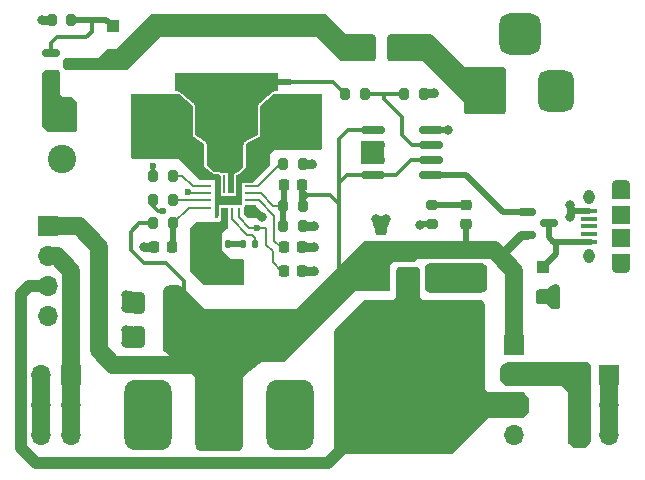
<source format=gtl>
G04 #@! TF.GenerationSoftware,KiCad,Pcbnew,(6.0.2)*
G04 #@! TF.CreationDate,2022-03-19T12:24:10+01:00*
G04 #@! TF.ProjectId,prova-buck,70726f76-612d-4627-9563-6b2e6b696361,rev?*
G04 #@! TF.SameCoordinates,Original*
G04 #@! TF.FileFunction,Copper,L1,Top*
G04 #@! TF.FilePolarity,Positive*
%FSLAX46Y46*%
G04 Gerber Fmt 4.6, Leading zero omitted, Abs format (unit mm)*
G04 Created by KiCad (PCBNEW (6.0.2)) date 2022-03-19 12:24:10*
%MOMM*%
%LPD*%
G01*
G04 APERTURE LIST*
G04 Aperture macros list*
%AMRoundRect*
0 Rectangle with rounded corners*
0 $1 Rounding radius*
0 $2 $3 $4 $5 $6 $7 $8 $9 X,Y pos of 4 corners*
0 Add a 4 corners polygon primitive as box body*
4,1,4,$2,$3,$4,$5,$6,$7,$8,$9,$2,$3,0*
0 Add four circle primitives for the rounded corners*
1,1,$1+$1,$2,$3*
1,1,$1+$1,$4,$5*
1,1,$1+$1,$6,$7*
1,1,$1+$1,$8,$9*
0 Add four rect primitives between the rounded corners*
20,1,$1+$1,$2,$3,$4,$5,0*
20,1,$1+$1,$4,$5,$6,$7,0*
20,1,$1+$1,$6,$7,$8,$9,0*
20,1,$1+$1,$8,$9,$2,$3,0*%
%AMFreePoly0*
4,1,6,0.625000,-0.050000,0.625000,-0.150000,-0.425000,-0.150000,-0.425000,0.150000,0.425000,0.150000,0.625000,-0.050000,0.625000,-0.050000,$1*%
G04 Aperture macros list end*
G04 #@! TA.AperFunction,SMDPad,CuDef*
%ADD10RoundRect,0.250000X0.325000X0.650000X-0.325000X0.650000X-0.325000X-0.650000X0.325000X-0.650000X0*%
G04 #@! TD*
G04 #@! TA.AperFunction,SMDPad,CuDef*
%ADD11RoundRect,0.225000X0.225000X0.250000X-0.225000X0.250000X-0.225000X-0.250000X0.225000X-0.250000X0*%
G04 #@! TD*
G04 #@! TA.AperFunction,SMDPad,CuDef*
%ADD12RoundRect,0.225000X-0.225000X-0.250000X0.225000X-0.250000X0.225000X0.250000X-0.225000X0.250000X0*%
G04 #@! TD*
G04 #@! TA.AperFunction,SMDPad,CuDef*
%ADD13RoundRect,0.140000X-0.140000X-0.170000X0.140000X-0.170000X0.140000X0.170000X-0.140000X0.170000X0*%
G04 #@! TD*
G04 #@! TA.AperFunction,ComponentPad*
%ADD14R,2.400000X2.400000*%
G04 #@! TD*
G04 #@! TA.AperFunction,ComponentPad*
%ADD15C,2.400000*%
G04 #@! TD*
G04 #@! TA.AperFunction,SMDPad,CuDef*
%ADD16R,2.500000X1.900000*%
G04 #@! TD*
G04 #@! TA.AperFunction,SMDPad,CuDef*
%ADD17RoundRect,0.200000X-0.200000X-0.275000X0.200000X-0.275000X0.200000X0.275000X-0.200000X0.275000X0*%
G04 #@! TD*
G04 #@! TA.AperFunction,SMDPad,CuDef*
%ADD18RoundRect,0.200000X0.200000X0.275000X-0.200000X0.275000X-0.200000X-0.275000X0.200000X-0.275000X0*%
G04 #@! TD*
G04 #@! TA.AperFunction,SMDPad,CuDef*
%ADD19RoundRect,0.250000X-0.325000X-0.650000X0.325000X-0.650000X0.325000X0.650000X-0.325000X0.650000X0*%
G04 #@! TD*
G04 #@! TA.AperFunction,SMDPad,CuDef*
%ADD20RoundRect,0.150000X-0.587500X-0.150000X0.587500X-0.150000X0.587500X0.150000X-0.587500X0.150000X0*%
G04 #@! TD*
G04 #@! TA.AperFunction,ComponentPad*
%ADD21R,1.700000X1.700000*%
G04 #@! TD*
G04 #@! TA.AperFunction,ComponentPad*
%ADD22O,1.700000X1.700000*%
G04 #@! TD*
G04 #@! TA.AperFunction,SMDPad,CuDef*
%ADD23FreePoly0,270.000000*%
G04 #@! TD*
G04 #@! TA.AperFunction,SMDPad,CuDef*
%ADD24R,0.200000X1.500000*%
G04 #@! TD*
G04 #@! TA.AperFunction,SMDPad,CuDef*
%ADD25R,0.200000X0.900000*%
G04 #@! TD*
G04 #@! TA.AperFunction,SMDPad,CuDef*
%ADD26R,0.900000X0.200000*%
G04 #@! TD*
G04 #@! TA.AperFunction,ComponentPad*
%ADD27R,3.500000X4.000000*%
G04 #@! TD*
G04 #@! TA.AperFunction,ComponentPad*
%ADD28RoundRect,0.750000X0.750000X1.000000X-0.750000X1.000000X-0.750000X-1.000000X0.750000X-1.000000X0*%
G04 #@! TD*
G04 #@! TA.AperFunction,ComponentPad*
%ADD29RoundRect,0.875000X0.875000X0.875000X-0.875000X0.875000X-0.875000X-0.875000X0.875000X-0.875000X0*%
G04 #@! TD*
G04 #@! TA.AperFunction,SMDPad,CuDef*
%ADD30R,2.500000X1.800000*%
G04 #@! TD*
G04 #@! TA.AperFunction,SMDPad,CuDef*
%ADD31RoundRect,0.218750X-0.256250X0.218750X-0.256250X-0.218750X0.256250X-0.218750X0.256250X0.218750X0*%
G04 #@! TD*
G04 #@! TA.AperFunction,SMDPad,CuDef*
%ADD32R,1.350000X0.400000*%
G04 #@! TD*
G04 #@! TA.AperFunction,ComponentPad*
%ADD33O,0.950000X1.250000*%
G04 #@! TD*
G04 #@! TA.AperFunction,ComponentPad*
%ADD34O,1.550000X0.890000*%
G04 #@! TD*
G04 #@! TA.AperFunction,SMDPad,CuDef*
%ADD35R,1.550000X1.200000*%
G04 #@! TD*
G04 #@! TA.AperFunction,SMDPad,CuDef*
%ADD36R,1.550000X1.500000*%
G04 #@! TD*
G04 #@! TA.AperFunction,SMDPad,CuDef*
%ADD37R,1.500000X2.000000*%
G04 #@! TD*
G04 #@! TA.AperFunction,SMDPad,CuDef*
%ADD38R,3.800000X2.000000*%
G04 #@! TD*
G04 #@! TA.AperFunction,SMDPad,CuDef*
%ADD39RoundRect,0.200000X-0.275000X0.200000X-0.275000X-0.200000X0.275000X-0.200000X0.275000X0.200000X0*%
G04 #@! TD*
G04 #@! TA.AperFunction,SMDPad,CuDef*
%ADD40R,1.000000X1.000000*%
G04 #@! TD*
G04 #@! TA.AperFunction,ComponentPad*
%ADD41RoundRect,1.000000X1.000000X2.000000X-1.000000X2.000000X-1.000000X-2.000000X1.000000X-2.000000X0*%
G04 #@! TD*
G04 #@! TA.AperFunction,ComponentPad*
%ADD42RoundRect,1.000000X-1.000000X-2.000000X1.000000X-2.000000X1.000000X2.000000X-1.000000X2.000000X0*%
G04 #@! TD*
G04 #@! TA.AperFunction,SMDPad,CuDef*
%ADD43RoundRect,0.135000X0.135000X0.185000X-0.135000X0.185000X-0.135000X-0.185000X0.135000X-0.185000X0*%
G04 #@! TD*
G04 #@! TA.AperFunction,SMDPad,CuDef*
%ADD44RoundRect,0.250000X0.475000X-0.250000X0.475000X0.250000X-0.475000X0.250000X-0.475000X-0.250000X0*%
G04 #@! TD*
G04 #@! TA.AperFunction,SMDPad,CuDef*
%ADD45RoundRect,0.270491X-2.029509X0.554509X-2.029509X-0.554509X2.029509X-0.554509X2.029509X0.554509X0*%
G04 #@! TD*
G04 #@! TA.AperFunction,SMDPad,CuDef*
%ADD46RoundRect,0.150000X0.825000X0.150000X-0.825000X0.150000X-0.825000X-0.150000X0.825000X-0.150000X0*%
G04 #@! TD*
G04 #@! TA.AperFunction,SMDPad,CuDef*
%ADD47RoundRect,0.225000X0.250000X-0.225000X0.250000X0.225000X-0.250000X0.225000X-0.250000X-0.225000X0*%
G04 #@! TD*
G04 #@! TA.AperFunction,ViaPad*
%ADD48C,0.800000*%
G04 #@! TD*
G04 #@! TA.AperFunction,ViaPad*
%ADD49C,0.600000*%
G04 #@! TD*
G04 #@! TA.AperFunction,Conductor*
%ADD50C,0.200000*%
G04 #@! TD*
G04 #@! TA.AperFunction,Conductor*
%ADD51C,0.750000*%
G04 #@! TD*
G04 #@! TA.AperFunction,Conductor*
%ADD52C,0.500000*%
G04 #@! TD*
G04 #@! TA.AperFunction,Conductor*
%ADD53C,1.500000*%
G04 #@! TD*
G04 #@! TA.AperFunction,Conductor*
%ADD54C,0.300000*%
G04 #@! TD*
G04 #@! TA.AperFunction,Conductor*
%ADD55C,1.000000*%
G04 #@! TD*
G04 APERTURE END LIST*
D10*
X134000000Y-85000000D03*
X131050000Y-85000000D03*
D11*
X141550000Y-97750000D03*
X140000000Y-97750000D03*
D12*
X135975000Y-87500000D03*
X137525000Y-87500000D03*
D11*
X134025000Y-87500000D03*
X132475000Y-87500000D03*
D13*
X134270000Y-95500000D03*
X135230000Y-95500000D03*
D12*
X129000000Y-95750000D03*
X130550000Y-95750000D03*
D11*
X141550000Y-95750000D03*
X140000000Y-95750000D03*
D12*
X139975000Y-90500000D03*
X141525000Y-90500000D03*
D10*
X130575000Y-100500000D03*
X127625000Y-100500000D03*
X130575000Y-103400000D03*
X127625000Y-103400000D03*
D14*
X121200000Y-84750000D03*
D15*
X121200000Y-88250000D03*
D16*
X135250000Y-97950000D03*
X135250000Y-102050000D03*
D17*
X128925000Y-89750000D03*
X130575000Y-89750000D03*
D18*
X130575000Y-91750000D03*
X128925000Y-91750000D03*
X141575000Y-88750000D03*
X139925000Y-88750000D03*
D17*
X139925000Y-92250000D03*
X141575000Y-92250000D03*
D18*
X130575000Y-93750000D03*
X128925000Y-93750000D03*
D19*
X136025000Y-85000000D03*
X138975000Y-85000000D03*
D18*
X141575000Y-94000000D03*
X139925000Y-94000000D03*
D20*
X120262500Y-79300000D03*
X120262500Y-81200000D03*
X122137500Y-80250000D03*
D21*
X120000000Y-94000000D03*
D22*
X120000000Y-96540000D03*
X120000000Y-99080000D03*
X120000000Y-101620000D03*
D18*
X146825000Y-82750000D03*
X145175000Y-82750000D03*
D23*
X136150000Y-90125000D03*
D24*
X135550000Y-90450000D03*
X134950000Y-90450000D03*
D25*
X134350000Y-90150000D03*
D26*
X133400000Y-90600000D03*
X133400000Y-91200000D03*
X133400000Y-91800000D03*
X133400000Y-92400000D03*
D25*
X134350000Y-92850000D03*
X134950000Y-92850000D03*
X135550000Y-92850000D03*
X136150000Y-92850000D03*
D26*
X137100000Y-92400000D03*
X137100000Y-91800000D03*
X137100000Y-91200000D03*
X137100000Y-90600000D03*
D27*
X157000000Y-82550000D03*
D28*
X163000000Y-82550000D03*
D29*
X160000000Y-77750000D03*
D17*
X120350000Y-76550000D03*
X122000000Y-76550000D03*
D30*
X146200000Y-78750000D03*
X150200000Y-78750000D03*
D31*
X155400000Y-92212500D03*
X155400000Y-93787500D03*
D32*
X165800000Y-95300000D03*
X165800000Y-94650000D03*
X165800000Y-94000000D03*
X165800000Y-93350000D03*
X165800000Y-92700000D03*
D33*
X165800000Y-91500000D03*
X165800000Y-96500000D03*
D34*
X168500000Y-97500000D03*
D35*
X168500000Y-96900000D03*
D34*
X168500000Y-90500000D03*
D35*
X168500000Y-91100000D03*
D36*
X168500000Y-95000000D03*
X168500000Y-93000000D03*
D21*
X159500000Y-104000000D03*
D22*
X159500000Y-106540000D03*
X159500000Y-109080000D03*
X159500000Y-111620000D03*
D37*
X152800000Y-98450000D03*
X150500000Y-98450000D03*
D38*
X150500000Y-104750000D03*
D37*
X148200000Y-98450000D03*
D18*
X151825000Y-82750000D03*
X150175000Y-82750000D03*
D39*
X152500000Y-92175000D03*
X152500000Y-93825000D03*
D40*
X161900000Y-99950000D03*
X161900000Y-97450000D03*
D41*
X146500000Y-110000000D03*
D42*
X140500000Y-110000000D03*
D41*
X134500000Y-110000000D03*
D42*
X128500000Y-110000000D03*
D43*
X137510000Y-95500000D03*
X136490000Y-95500000D03*
D20*
X160562500Y-92800000D03*
X160562500Y-94700000D03*
X162437500Y-93750000D03*
D40*
X125500000Y-79550000D03*
X125500000Y-77050000D03*
D44*
X156200000Y-101000000D03*
X156200000Y-99100000D03*
D45*
X135000000Y-76975000D03*
X135000000Y-82025000D03*
D46*
X152475000Y-89655000D03*
X152475000Y-88385000D03*
X152475000Y-87115000D03*
X152475000Y-85845000D03*
X147525000Y-85845000D03*
X147525000Y-87115000D03*
X147525000Y-88385000D03*
X147525000Y-89655000D03*
D47*
X148200000Y-95825000D03*
X148200000Y-94275000D03*
D21*
X167500000Y-106580000D03*
D22*
X164960000Y-106580000D03*
X167500000Y-109120000D03*
X164960000Y-109120000D03*
X167500000Y-111660000D03*
X164960000Y-111660000D03*
D21*
X121960000Y-106580000D03*
D22*
X119420000Y-106580000D03*
X121960000Y-109120000D03*
X119420000Y-109120000D03*
X121960000Y-111660000D03*
X119420000Y-111660000D03*
D48*
X142500000Y-94000000D03*
X142500000Y-83250000D03*
X164200000Y-93200000D03*
X162900000Y-99400000D03*
X142400000Y-88750000D03*
X126600000Y-100900000D03*
X151500000Y-93900000D03*
X138100000Y-88300000D03*
X131700000Y-86900000D03*
X140000000Y-85750000D03*
X130000000Y-85750000D03*
X130000000Y-87000000D03*
X126600000Y-103900000D03*
X128750000Y-85750000D03*
X140000000Y-87000000D03*
X142500000Y-95750000D03*
X142500000Y-84500000D03*
X127500000Y-84500000D03*
X148650000Y-93400000D03*
X152700000Y-82700000D03*
X119500000Y-76550000D03*
X139000000Y-83650000D03*
D49*
X131850000Y-91100000D03*
D48*
X162900000Y-100500000D03*
X138100000Y-93200000D03*
X164200000Y-92200000D03*
X142500000Y-97750000D03*
X147750000Y-93400000D03*
X130000000Y-84500000D03*
X127500000Y-83250000D03*
X126600000Y-99800000D03*
X140000000Y-84500000D03*
X155700000Y-98150000D03*
X128750000Y-83250000D03*
X154500000Y-99000000D03*
X141250000Y-87000000D03*
X126600000Y-102800000D03*
X128750000Y-87000000D03*
X127500000Y-87000000D03*
X153900000Y-85800000D03*
X141250000Y-84500000D03*
X128750000Y-84500000D03*
X131700000Y-88100000D03*
X156700000Y-98150000D03*
X138300000Y-86850000D03*
X142500000Y-87000000D03*
X131100000Y-83650000D03*
X141250000Y-85750000D03*
X128100000Y-95700000D03*
X142500000Y-85750000D03*
X127500000Y-85750000D03*
X154500000Y-97650000D03*
X141250000Y-83250000D03*
D49*
X128900000Y-88900000D03*
X134100000Y-88500000D03*
X137740000Y-94100000D03*
X129750000Y-92700000D03*
D50*
X133400000Y-91200000D02*
X131950000Y-91200000D01*
D51*
X126600000Y-100900000D02*
X126600000Y-100700000D01*
X126600000Y-103900000D02*
X126600000Y-103700000D01*
X127212500Y-100087500D02*
X127625000Y-100500000D01*
X127025000Y-102800000D02*
X127262500Y-103037500D01*
D52*
X147887500Y-93962500D02*
X148200000Y-94275000D01*
D51*
X127262500Y-103037500D02*
X127625000Y-103400000D01*
D53*
X167500000Y-106575000D02*
X167500000Y-111655000D01*
D52*
X164200000Y-93200000D02*
X164400000Y-93000000D01*
X152520000Y-85800000D02*
X152475000Y-85845000D01*
X148650000Y-93400000D02*
X148650000Y-93825000D01*
D51*
X126600000Y-100900000D02*
X127225000Y-100900000D01*
D50*
X138180378Y-93119622D02*
X138119622Y-93119622D01*
D52*
X151575000Y-93825000D02*
X151500000Y-93900000D01*
X164200000Y-92200000D02*
X164200000Y-93200000D01*
X148650000Y-93825000D02*
X148200000Y-94275000D01*
D51*
X128150000Y-95750000D02*
X128100000Y-95700000D01*
X151875000Y-82700000D02*
X151825000Y-82750000D01*
X126600000Y-100700000D02*
X127212500Y-100087500D01*
D52*
X164200000Y-92200000D02*
X164400000Y-92400000D01*
X164400000Y-92400000D02*
X164400000Y-92700000D01*
D51*
X126600000Y-102800000D02*
X127025000Y-102800000D01*
D52*
X148650000Y-93400000D02*
X148087500Y-93962500D01*
D51*
X129000000Y-95750000D02*
X128150000Y-95750000D01*
D52*
X152500000Y-93825000D02*
X151575000Y-93825000D01*
D51*
X126600000Y-100900000D02*
X126600000Y-99800000D01*
X141550000Y-97750000D02*
X142500000Y-97750000D01*
X141575000Y-94000000D02*
X142500000Y-94000000D01*
X126600000Y-103900000D02*
X126600000Y-102800000D01*
X120350000Y-76550000D02*
X119500000Y-76550000D01*
X152700000Y-82700000D02*
X151875000Y-82700000D01*
D52*
X147750000Y-93400000D02*
X148650000Y-93400000D01*
D51*
X126925000Y-99800000D02*
X127212500Y-100087500D01*
D52*
X153900000Y-85800000D02*
X152520000Y-85800000D01*
X148087500Y-93962500D02*
X147887500Y-93962500D01*
X164400000Y-92700000D02*
X164335000Y-92700000D01*
D50*
X131950000Y-91200000D02*
X131850000Y-91100000D01*
D52*
X165800000Y-92700000D02*
X164400000Y-92700000D01*
D51*
X126600000Y-103900000D02*
X127125000Y-103900000D01*
D50*
X137400000Y-92400000D02*
X137100000Y-92400000D01*
D52*
X164400000Y-93000000D02*
X164400000Y-92700000D01*
D53*
X119420000Y-106580000D02*
X119420000Y-111660000D01*
D51*
X126600000Y-99800000D02*
X126925000Y-99800000D01*
X126600000Y-103700000D02*
X127262500Y-103037500D01*
X141550000Y-95750000D02*
X142500000Y-95750000D01*
X141575000Y-88750000D02*
X142400000Y-88750000D01*
D52*
X147750000Y-93825000D02*
X147887500Y-93962500D01*
X147750000Y-93400000D02*
X147750000Y-93825000D01*
D51*
X127225000Y-100900000D02*
X127625000Y-100500000D01*
X127125000Y-103900000D02*
X127625000Y-103400000D01*
D54*
X128925000Y-88925000D02*
X128900000Y-88900000D01*
X128925000Y-89750000D02*
X128925000Y-88925000D01*
X140500000Y-81750000D02*
X144175000Y-81750000D01*
D52*
X140500000Y-81750000D02*
X138250000Y-81750000D01*
D54*
X144175000Y-81750000D02*
X145175000Y-82750000D01*
D50*
X137740000Y-94100000D02*
X138350000Y-94100000D01*
X136150000Y-93200000D02*
X136150000Y-92850000D01*
X137740000Y-94100000D02*
X137050000Y-94100000D01*
D54*
X129350000Y-92700000D02*
X129750000Y-92700000D01*
D50*
X139775000Y-97750000D02*
X140000000Y-97750000D01*
X137050000Y-94100000D02*
X136150000Y-93200000D01*
D54*
X128925000Y-92275000D02*
X129350000Y-92700000D01*
D50*
X139050000Y-97025000D02*
X139775000Y-97750000D01*
X138350000Y-94100000D02*
X138500000Y-94250000D01*
D54*
X128925000Y-91750000D02*
X128925000Y-92275000D01*
D50*
X138500000Y-95557503D02*
X139050000Y-96107503D01*
X139050000Y-97025000D02*
X139050000Y-96107503D01*
X138500000Y-94250000D02*
X138500000Y-95557503D01*
X135550000Y-93399022D02*
X136900978Y-94750000D01*
X137250000Y-94750000D02*
X137510000Y-95010000D01*
X137510000Y-95010000D02*
X137510000Y-95500000D01*
X135550000Y-92850000D02*
X135550000Y-93399022D01*
X136900978Y-94750000D02*
X137250000Y-94750000D01*
X139700000Y-95750000D02*
X140000000Y-95750000D01*
X139150000Y-95200000D02*
X139700000Y-95750000D01*
X139150000Y-93100000D02*
X139150000Y-95200000D01*
X137850000Y-91800000D02*
X139150000Y-93100000D01*
X137100000Y-91800000D02*
X137850000Y-91800000D01*
D52*
X139975000Y-90500000D02*
X139975000Y-92200000D01*
D50*
X138050000Y-91200000D02*
X139100000Y-92250000D01*
X139100000Y-92250000D02*
X139925000Y-92250000D01*
D52*
X139925000Y-94000000D02*
X139925000Y-92250000D01*
D50*
X137100000Y-91200000D02*
X138050000Y-91200000D01*
D54*
X139975000Y-92200000D02*
X139925000Y-92250000D01*
D50*
X132250000Y-90600000D02*
X131400000Y-89750000D01*
X133400000Y-90600000D02*
X132250000Y-90600000D01*
X131400000Y-89750000D02*
X130575000Y-89750000D01*
X133400000Y-91800000D02*
X130625000Y-91800000D01*
X130625000Y-91800000D02*
X130575000Y-91750000D01*
X137800000Y-90600000D02*
X139650000Y-88750000D01*
X139650000Y-88750000D02*
X139925000Y-88750000D01*
X137100000Y-90600000D02*
X137800000Y-90600000D01*
D52*
X130575000Y-93750000D02*
X130575000Y-95725000D01*
D50*
X131925000Y-92400000D02*
X130575000Y-93750000D01*
X133400000Y-92400000D02*
X131925000Y-92400000D01*
D54*
X130575000Y-95725000D02*
X130550000Y-95750000D01*
D52*
X122000000Y-76500000D02*
X123750000Y-76500000D01*
D54*
X123250000Y-78000000D02*
X120750000Y-78000000D01*
D52*
X123750000Y-76500000D02*
X124950000Y-76500000D01*
D54*
X120262500Y-78487500D02*
X120262500Y-79300000D01*
D52*
X124950000Y-76500000D02*
X125500000Y-77050000D01*
D54*
X120750000Y-78000000D02*
X120262500Y-78487500D01*
X123750000Y-77500000D02*
X123250000Y-78000000D01*
X123750000Y-76500000D02*
X123750000Y-77500000D01*
D53*
X125500000Y-105700000D02*
X132100000Y-105700000D01*
X159500000Y-97750000D02*
X159500000Y-104000000D01*
D54*
X145392500Y-85845000D02*
X144650000Y-86587500D01*
X127750000Y-93750000D02*
X127000000Y-94500000D01*
X149445000Y-89655000D02*
X147525000Y-89655000D01*
X145345000Y-89655000D02*
X144650000Y-90350000D01*
D53*
X155750000Y-96000000D02*
X157750000Y-96000000D01*
X153500000Y-96000000D02*
X154900000Y-96000000D01*
D54*
X144650000Y-90350000D02*
X144650000Y-92100000D01*
X152475000Y-88385000D02*
X150715000Y-88385000D01*
D53*
X154900000Y-96000000D02*
X155750000Y-96000000D01*
D54*
X128925000Y-93750000D02*
X127750000Y-93750000D01*
X127000000Y-96000000D02*
X128100000Y-97100000D01*
D52*
X141525000Y-90500000D02*
X141525000Y-90950000D01*
D54*
X141950000Y-91375000D02*
X141525000Y-90950000D01*
D53*
X120000000Y-94000000D02*
X122600000Y-94000000D01*
D52*
X155400000Y-95500000D02*
X154900000Y-96000000D01*
D53*
X124300000Y-104500000D02*
X125500000Y-105700000D01*
D54*
X143925000Y-91375000D02*
X144650000Y-92100000D01*
X144650000Y-86587500D02*
X144650000Y-90350000D01*
X130000000Y-97100000D02*
X131500000Y-98600000D01*
D53*
X122600000Y-94000000D02*
X124300000Y-95700000D01*
D54*
X128100000Y-97100000D02*
X130000000Y-97100000D01*
D51*
X155400000Y-95650000D02*
X155750000Y-96000000D01*
D52*
X141575000Y-92250000D02*
X141575000Y-91750000D01*
D53*
X124300000Y-95700000D02*
X124300000Y-104500000D01*
D54*
X131500000Y-98600000D02*
X131500000Y-100500000D01*
D53*
X158250000Y-96500000D02*
X159500000Y-97750000D01*
D51*
X160050000Y-94700000D02*
X158250000Y-96500000D01*
D54*
X141950000Y-91375000D02*
X143925000Y-91375000D01*
D52*
X141525000Y-92200000D02*
X141575000Y-92250000D01*
D54*
X150715000Y-88385000D02*
X149445000Y-89655000D01*
D52*
X141525000Y-90500000D02*
X141525000Y-92200000D01*
D54*
X144650000Y-92100000D02*
X144650000Y-97750000D01*
D52*
X155400000Y-93787500D02*
X155400000Y-95500000D01*
D54*
X141950000Y-91375000D02*
X141575000Y-91750000D01*
D53*
X150250000Y-96000000D02*
X153500000Y-96000000D01*
X157750000Y-96000000D02*
X158250000Y-96500000D01*
D54*
X127000000Y-94500000D02*
X127000000Y-96000000D01*
D51*
X160562500Y-94700000D02*
X160050000Y-94700000D01*
D54*
X147525000Y-89655000D02*
X145345000Y-89655000D01*
X147525000Y-85845000D02*
X145392500Y-85845000D01*
D55*
X119000000Y-114000000D02*
X117750000Y-112750000D01*
D51*
X146500000Y-110000000D02*
X146500000Y-111250000D01*
D55*
X143750000Y-114000000D02*
X119000000Y-114000000D01*
X117750000Y-112750000D02*
X117750000Y-99750000D01*
X117750000Y-99750000D02*
X118420000Y-99080000D01*
X118420000Y-99080000D02*
X120000000Y-99080000D01*
X146500000Y-111250000D02*
X143750000Y-114000000D01*
D52*
X162437500Y-94937500D02*
X162800000Y-95300000D01*
X162437500Y-93750000D02*
X162437500Y-94937500D01*
X162800000Y-95300000D02*
X163000000Y-95300000D01*
X163000000Y-96350000D02*
X163000000Y-95300000D01*
X161900000Y-97450000D02*
X163000000Y-96350000D01*
X163000000Y-95300000D02*
X166000000Y-95300000D01*
D54*
X150865000Y-87115000D02*
X150000000Y-86250000D01*
X150000000Y-84750000D02*
X148500000Y-83250000D01*
X150000000Y-86250000D02*
X150000000Y-84750000D01*
X148500000Y-83250000D02*
X148500000Y-82750000D01*
X152475000Y-87115000D02*
X150865000Y-87115000D01*
X146825000Y-82750000D02*
X150175000Y-82750000D01*
D52*
X135230000Y-95500000D02*
X136490000Y-95500000D01*
X155405000Y-89655000D02*
X158550000Y-92800000D01*
X152475000Y-89655000D02*
X155405000Y-89655000D01*
X158550000Y-92800000D02*
X160562500Y-92800000D01*
D53*
X121960000Y-111660000D02*
X121960000Y-97760000D01*
X120740000Y-96540000D02*
X120000000Y-96540000D01*
X121960000Y-97760000D02*
X120740000Y-96540000D01*
D52*
X155400000Y-92212500D02*
X152537500Y-92212500D01*
X152537500Y-92212500D02*
X152500000Y-92175000D01*
G04 #@! TA.AperFunction,Conductor*
G36*
X135191621Y-92420002D02*
G01*
X135238114Y-92473658D01*
X135249500Y-92526000D01*
X135249500Y-93346656D01*
X135249304Y-93349329D01*
X135247575Y-93354364D01*
X135248011Y-93365986D01*
X135248011Y-93365988D01*
X135249411Y-93403277D01*
X135249500Y-93408003D01*
X135249500Y-93426970D01*
X135249833Y-93428758D01*
X135250000Y-93432388D01*
X135250000Y-94139441D01*
X135229998Y-94207562D01*
X135202712Y-94237830D01*
X134764145Y-94588684D01*
X134750000Y-94600000D01*
X134750000Y-95282471D01*
X134749833Y-95287570D01*
X134749500Y-95290099D01*
X134749501Y-95709900D01*
X134749833Y-95712425D01*
X134750000Y-95717511D01*
X134750000Y-96000000D01*
X135500000Y-96750000D01*
X136474000Y-96750000D01*
X136542121Y-96770002D01*
X136588614Y-96823658D01*
X136600000Y-96876000D01*
X136600000Y-98874000D01*
X136579998Y-98942121D01*
X136526342Y-98988614D01*
X136474000Y-99000000D01*
X133302190Y-99000000D01*
X133234069Y-98979998D01*
X133213095Y-98963095D01*
X132036905Y-97786905D01*
X132002879Y-97724593D01*
X132000000Y-97697810D01*
X132000000Y-94202190D01*
X132020002Y-94134069D01*
X132036905Y-94113095D01*
X132463095Y-93686905D01*
X132525407Y-93652879D01*
X132552190Y-93650000D01*
X134450000Y-93650000D01*
X134650000Y-93500000D01*
X134650000Y-93324826D01*
X134650167Y-93321422D01*
X134650500Y-93319748D01*
X134650500Y-92526000D01*
X134670502Y-92457879D01*
X134724158Y-92411386D01*
X134776500Y-92400000D01*
X135123500Y-92400000D01*
X135191621Y-92420002D01*
G37*
G04 #@! TD.AperFunction*
G04 #@! TA.AperFunction,Conductor*
G36*
X143429327Y-76002421D02*
G01*
X143452498Y-76007030D01*
X143469112Y-76010334D01*
X143514530Y-76029147D01*
X143548269Y-76051690D01*
X143567356Y-76067356D01*
X145250000Y-77750000D01*
X147537590Y-77750000D01*
X147562171Y-77752421D01*
X147601953Y-77760334D01*
X147647374Y-77779148D01*
X147670582Y-77794655D01*
X147705345Y-77829418D01*
X147720852Y-77852626D01*
X147739666Y-77898047D01*
X147747579Y-77937829D01*
X147750000Y-77962410D01*
X147750000Y-79787590D01*
X147747579Y-79812171D01*
X147739666Y-79851953D01*
X147720852Y-79897374D01*
X147705345Y-79920582D01*
X147670582Y-79955345D01*
X147647374Y-79970852D01*
X147601953Y-79989666D01*
X147562171Y-79997579D01*
X147537590Y-80000000D01*
X144845253Y-80000000D01*
X144820673Y-79997579D01*
X144797502Y-79992970D01*
X144780888Y-79989666D01*
X144735470Y-79970853D01*
X144701731Y-79948310D01*
X144682644Y-79932644D01*
X142750000Y-78000000D01*
X129500000Y-78000000D01*
X127250000Y-80250000D01*
X127250000Y-79000000D01*
X125750000Y-79000000D01*
X128682644Y-76067356D01*
X128701731Y-76051690D01*
X128735470Y-76029147D01*
X128780888Y-76010334D01*
X128797502Y-76007030D01*
X128820673Y-76002421D01*
X128845253Y-76000000D01*
X143404747Y-76000000D01*
X143429327Y-76002421D01*
G37*
G04 #@! TD.AperFunction*
G04 #@! TA.AperFunction,Conductor*
G36*
X148442121Y-86770002D02*
G01*
X148488614Y-86823658D01*
X148500000Y-86876000D01*
X148500000Y-88624000D01*
X148479998Y-88692121D01*
X148426342Y-88738614D01*
X148374000Y-88750000D01*
X146626000Y-88750000D01*
X146557879Y-88729998D01*
X146511386Y-88676342D01*
X146500000Y-88624000D01*
X146500000Y-86876000D01*
X146520002Y-86807879D01*
X146573658Y-86761386D01*
X146626000Y-86750000D01*
X148374000Y-86750000D01*
X148442121Y-86770002D01*
G37*
G04 #@! TD.AperFunction*
G04 #@! TA.AperFunction,Conductor*
G36*
X143054726Y-82750940D02*
G01*
X143116982Y-82763323D01*
X143134637Y-82770636D01*
X143183320Y-82803166D01*
X143196834Y-82816680D01*
X143229364Y-82865363D01*
X143236677Y-82883018D01*
X143249060Y-82945274D01*
X143250000Y-82954823D01*
X143250000Y-87295177D01*
X143249060Y-87304726D01*
X143236677Y-87366982D01*
X143229364Y-87384637D01*
X143196834Y-87433320D01*
X143183320Y-87446834D01*
X143134637Y-87479364D01*
X143116982Y-87486677D01*
X143054726Y-87499060D01*
X143045177Y-87500000D01*
X139250000Y-87500000D01*
X138850000Y-87900000D01*
X138850000Y-88616284D01*
X138849134Y-88625456D01*
X138837733Y-88685287D01*
X138830989Y-88702343D01*
X138798379Y-88753799D01*
X138792742Y-88761075D01*
X137412699Y-90233120D01*
X137405153Y-90239679D01*
X137351164Y-90277673D01*
X137332912Y-90285580D01*
X137270685Y-90298480D01*
X137260739Y-90299500D01*
X136630252Y-90299500D01*
X136627738Y-90300000D01*
X136450000Y-90300000D01*
X136450000Y-90477738D01*
X136449500Y-90480252D01*
X136449500Y-90719748D01*
X136449833Y-90721420D01*
X136450000Y-90724827D01*
X136450000Y-91075173D01*
X136449833Y-91078580D01*
X136449500Y-91080252D01*
X136449500Y-91319748D01*
X136449833Y-91321420D01*
X136450000Y-91324827D01*
X136450000Y-91675173D01*
X136449833Y-91678580D01*
X136449500Y-91680252D01*
X136449500Y-91919748D01*
X136449833Y-91921420D01*
X136450000Y-91924827D01*
X136450000Y-91995177D01*
X136449060Y-92004726D01*
X136436677Y-92066982D01*
X136429364Y-92084637D01*
X136396834Y-92133320D01*
X136383320Y-92146834D01*
X136334637Y-92179364D01*
X136316982Y-92186677D01*
X136257239Y-92198560D01*
X136247691Y-92199500D01*
X136030252Y-92199500D01*
X136028580Y-92199833D01*
X136025173Y-92200000D01*
X135674827Y-92200000D01*
X135671420Y-92199833D01*
X135669748Y-92199500D01*
X135430252Y-92199500D01*
X135428580Y-92199833D01*
X135425173Y-92200000D01*
X135074827Y-92200000D01*
X135071420Y-92199833D01*
X135069748Y-92199500D01*
X134830252Y-92199500D01*
X134828580Y-92199833D01*
X134825173Y-92200000D01*
X134450000Y-92200000D01*
X134450000Y-93143551D01*
X134448330Y-93156233D01*
X134433302Y-93212318D01*
X134420620Y-93234284D01*
X134384284Y-93270620D01*
X134362318Y-93283302D01*
X134312682Y-93296602D01*
X134287318Y-93296602D01*
X134237682Y-93283302D01*
X134215716Y-93270620D01*
X134179380Y-93234284D01*
X134166698Y-93212318D01*
X134151670Y-93156233D01*
X134150000Y-93143551D01*
X134150000Y-91400000D01*
X134827738Y-91400000D01*
X134830252Y-91400500D01*
X135069748Y-91400500D01*
X135071420Y-91400167D01*
X135074827Y-91400000D01*
X135425173Y-91400000D01*
X135428580Y-91400167D01*
X135430252Y-91400500D01*
X135669748Y-91400500D01*
X135671420Y-91400167D01*
X135674827Y-91400000D01*
X135950000Y-91400000D01*
X135950000Y-89756449D01*
X135951670Y-89743767D01*
X135966698Y-89687682D01*
X135979380Y-89665716D01*
X136015716Y-89629380D01*
X136037682Y-89616698D01*
X136093767Y-89601670D01*
X136106449Y-89600000D01*
X136250000Y-89600000D01*
X136750000Y-89000000D01*
X136750000Y-87130448D01*
X136750856Y-87121329D01*
X136762128Y-87061820D01*
X136768800Y-87044842D01*
X136798564Y-86997542D01*
X136810981Y-86984183D01*
X136859747Y-86948272D01*
X136867598Y-86943553D01*
X137884483Y-86455448D01*
X137886546Y-86454458D01*
X138000000Y-86400000D01*
X138000000Y-83851638D01*
X138001224Y-83840753D01*
X138017259Y-83770372D01*
X138026690Y-83750750D01*
X138071632Y-83694261D01*
X138079361Y-83686511D01*
X139176776Y-82808579D01*
X139191984Y-82796413D01*
X139198839Y-82791820D01*
X139246656Y-82765320D01*
X139262182Y-82759873D01*
X139316075Y-82750695D01*
X139324301Y-82750000D01*
X143045177Y-82750000D01*
X143054726Y-82750940D01*
G37*
G04 #@! TD.AperFunction*
G04 #@! TA.AperFunction,Conductor*
G36*
X151058188Y-97401078D02*
G01*
X151162963Y-97414872D01*
X151194735Y-97423385D01*
X151284674Y-97460639D01*
X151313160Y-97477086D01*
X151390393Y-97536349D01*
X151413651Y-97559607D01*
X151472914Y-97636840D01*
X151489361Y-97665326D01*
X151526615Y-97755265D01*
X151535128Y-97787037D01*
X151548922Y-97891812D01*
X151550000Y-97908258D01*
X151550000Y-100000000D01*
X151750000Y-100200000D01*
X156506264Y-100200000D01*
X156522732Y-100201081D01*
X156627640Y-100214911D01*
X156659450Y-100223446D01*
X156749115Y-100260640D01*
X156749486Y-100260794D01*
X156777998Y-100277281D01*
X156855281Y-100336688D01*
X156878546Y-100360001D01*
X156937794Y-100437407D01*
X156954222Y-100465953D01*
X156991384Y-100556063D01*
X156999854Y-100587892D01*
X157013467Y-100692830D01*
X157014514Y-100709299D01*
X157001984Y-106787669D01*
X157000000Y-107750000D01*
X157250000Y-108000000D01*
X160034635Y-108000000D01*
X160051081Y-108001078D01*
X160155856Y-108014872D01*
X160187628Y-108023385D01*
X160277569Y-108060640D01*
X160306052Y-108077084D01*
X160389906Y-108141428D01*
X160402288Y-108152288D01*
X160597712Y-108347712D01*
X160608572Y-108360094D01*
X160672916Y-108443948D01*
X160689360Y-108472431D01*
X160726615Y-108562372D01*
X160735128Y-108594144D01*
X160748922Y-108698919D01*
X160750000Y-108715365D01*
X160750000Y-109534635D01*
X160748922Y-109551081D01*
X160735128Y-109655856D01*
X160726615Y-109687628D01*
X160689360Y-109777569D01*
X160672916Y-109806052D01*
X160608572Y-109889906D01*
X160597712Y-109902288D01*
X160402288Y-110097712D01*
X160389906Y-110108572D01*
X160306052Y-110172916D01*
X160277569Y-110189360D01*
X160187628Y-110226615D01*
X160155856Y-110235128D01*
X160051081Y-110248922D01*
X160034635Y-110250000D01*
X157250000Y-110250000D01*
X154402288Y-113097712D01*
X154389906Y-113108572D01*
X154306052Y-113172916D01*
X154277569Y-113189360D01*
X154187628Y-113226615D01*
X154155856Y-113235128D01*
X154051081Y-113248922D01*
X154034635Y-113250000D01*
X144758258Y-113250000D01*
X144741812Y-113248922D01*
X144637037Y-113235128D01*
X144605265Y-113226615D01*
X144515326Y-113189361D01*
X144486840Y-113172914D01*
X144409607Y-113113651D01*
X144386349Y-113090393D01*
X144327086Y-113013160D01*
X144310639Y-112984674D01*
X144273385Y-112894735D01*
X144264872Y-112862963D01*
X144251078Y-112758188D01*
X144250000Y-112741742D01*
X144250000Y-102965365D01*
X144251078Y-102948919D01*
X144264872Y-102844144D01*
X144273385Y-102812372D01*
X144310640Y-102722431D01*
X144327084Y-102693948D01*
X144391428Y-102610094D01*
X144402288Y-102597712D01*
X146647712Y-100352288D01*
X146660094Y-100341428D01*
X146743948Y-100277084D01*
X146772431Y-100260640D01*
X146862372Y-100223385D01*
X146894144Y-100214872D01*
X146998919Y-100201078D01*
X147015365Y-100200000D01*
X149250000Y-100200000D01*
X149450000Y-100000000D01*
X149450000Y-97908258D01*
X149451078Y-97891812D01*
X149464872Y-97787037D01*
X149473385Y-97755265D01*
X149510639Y-97665326D01*
X149527086Y-97636840D01*
X149586349Y-97559607D01*
X149609607Y-97536349D01*
X149686840Y-97477086D01*
X149715326Y-97460639D01*
X149805265Y-97423385D01*
X149837037Y-97414872D01*
X149941812Y-97401078D01*
X149958258Y-97400000D01*
X151041742Y-97400000D01*
X151058188Y-97401078D01*
G37*
G04 #@! TD.AperFunction*
G04 #@! TA.AperFunction,Conductor*
G36*
X137885463Y-105616439D02*
G01*
X137885462Y-105616440D01*
X136686975Y-106597020D01*
X136686972Y-106597023D01*
X136500000Y-106750000D01*
X136500000Y-112491742D01*
X136498922Y-112508188D01*
X136485128Y-112612963D01*
X136476615Y-112644735D01*
X136439361Y-112734674D01*
X136422914Y-112763160D01*
X136363651Y-112840393D01*
X136340393Y-112863651D01*
X136263160Y-112922914D01*
X136234674Y-112939361D01*
X136144735Y-112976615D01*
X136112963Y-112985128D01*
X136008188Y-112998922D01*
X135991742Y-113000000D01*
X133008258Y-113000000D01*
X132991812Y-112998922D01*
X132887037Y-112985128D01*
X132855265Y-112976615D01*
X132765326Y-112939361D01*
X132736840Y-112922914D01*
X132659607Y-112863651D01*
X132636349Y-112840393D01*
X132577086Y-112763160D01*
X132560639Y-112734674D01*
X132523385Y-112644735D01*
X132514872Y-112612963D01*
X132501078Y-112508188D01*
X132500000Y-112491742D01*
X132500000Y-106750000D01*
X132313028Y-106597023D01*
X132313025Y-106597020D01*
X129940585Y-104655933D01*
X129927118Y-104643146D01*
X129847131Y-104555114D01*
X129826524Y-104524339D01*
X129814990Y-104500000D01*
X139250000Y-104500000D01*
X137885463Y-105616439D01*
G37*
G04 #@! TD.AperFunction*
G04 #@! TA.AperFunction,Conductor*
G36*
X165581411Y-105501078D02*
G01*
X165615625Y-105505582D01*
X165667235Y-105512377D01*
X165699006Y-105520890D01*
X165771288Y-105550830D01*
X165799774Y-105567277D01*
X165861840Y-105614902D01*
X165885098Y-105638160D01*
X165932723Y-105700226D01*
X165949170Y-105728712D01*
X165979110Y-105800994D01*
X165987623Y-105832765D01*
X165998922Y-105918588D01*
X166000000Y-105935035D01*
X166000000Y-112034635D01*
X165998922Y-112051081D01*
X165985128Y-112155856D01*
X165976615Y-112187628D01*
X165939360Y-112277569D01*
X165922916Y-112306052D01*
X165858572Y-112389906D01*
X165847712Y-112402288D01*
X165652288Y-112597712D01*
X165639906Y-112608572D01*
X165556052Y-112672916D01*
X165527569Y-112689360D01*
X165437628Y-112726615D01*
X165405856Y-112735128D01*
X165301081Y-112748922D01*
X165284635Y-112750000D01*
X164715365Y-112750000D01*
X164698919Y-112748922D01*
X164594144Y-112735128D01*
X164562372Y-112726615D01*
X164472431Y-112689360D01*
X164443948Y-112672916D01*
X164360094Y-112608572D01*
X164347712Y-112597712D01*
X164152288Y-112402288D01*
X164141428Y-112389906D01*
X164077084Y-112306052D01*
X164060640Y-112277569D01*
X164023385Y-112187628D01*
X164014872Y-112155856D01*
X164001078Y-112051081D01*
X164000000Y-112034635D01*
X164000000Y-108000000D01*
X163500000Y-107500000D01*
X158965365Y-107500000D01*
X158948919Y-107498922D01*
X158844144Y-107485128D01*
X158812372Y-107476615D01*
X158722431Y-107439360D01*
X158693948Y-107422916D01*
X158610094Y-107358572D01*
X158597712Y-107347712D01*
X158402288Y-107152288D01*
X158391428Y-107139906D01*
X158327084Y-107056052D01*
X158310640Y-107027569D01*
X158273385Y-106937628D01*
X158264872Y-106905856D01*
X158251078Y-106801081D01*
X158250000Y-106784635D01*
X158250000Y-106215365D01*
X158251078Y-106198919D01*
X158264872Y-106094144D01*
X158273385Y-106062372D01*
X158310640Y-105972431D01*
X158327084Y-105943948D01*
X158391428Y-105860094D01*
X158402288Y-105847712D01*
X158597712Y-105652288D01*
X158610094Y-105641428D01*
X158693948Y-105577084D01*
X158722431Y-105560640D01*
X158812372Y-105523385D01*
X158844144Y-105514872D01*
X158948919Y-105501078D01*
X158965365Y-105500000D01*
X165564965Y-105500000D01*
X165581411Y-105501078D01*
G37*
G04 #@! TD.AperFunction*
G04 #@! TA.AperFunction,Conductor*
G36*
X163070750Y-98902421D02*
G01*
X163164655Y-98921100D01*
X163210074Y-98939913D01*
X163279161Y-98986076D01*
X163313924Y-99020839D01*
X163360087Y-99089926D01*
X163378901Y-99135347D01*
X163397579Y-99229250D01*
X163400000Y-99253831D01*
X163400000Y-100646169D01*
X163397579Y-100670750D01*
X163378901Y-100764653D01*
X163360087Y-100810074D01*
X163313924Y-100879161D01*
X163279161Y-100913924D01*
X163210074Y-100960087D01*
X163164655Y-100978900D01*
X163081625Y-100995416D01*
X163070750Y-100997579D01*
X163046169Y-101000000D01*
X162878095Y-101000000D01*
X162853514Y-100997579D01*
X162840007Y-100994892D01*
X162737192Y-100974441D01*
X162691773Y-100955628D01*
X162593159Y-100889736D01*
X162574066Y-100874066D01*
X162300000Y-100600000D01*
X161709917Y-100600000D01*
X161690207Y-100598449D01*
X161596105Y-100583545D01*
X161558612Y-100571363D01*
X161482665Y-100532666D01*
X161450773Y-100509494D01*
X161390506Y-100449227D01*
X161367334Y-100417335D01*
X161328637Y-100341388D01*
X161316455Y-100303895D01*
X161301551Y-100209793D01*
X161300000Y-100190083D01*
X161300000Y-99709917D01*
X161301551Y-99690207D01*
X161316455Y-99596105D01*
X161328637Y-99558612D01*
X161367334Y-99482665D01*
X161390506Y-99450773D01*
X161450773Y-99390506D01*
X161482665Y-99367334D01*
X161558612Y-99328637D01*
X161596105Y-99316455D01*
X161690207Y-99301551D01*
X161709917Y-99300000D01*
X162300000Y-99300000D01*
X162574066Y-99025934D01*
X162593159Y-99010264D01*
X162691773Y-98944372D01*
X162737192Y-98925559D01*
X162853514Y-98902421D01*
X162878095Y-98900000D01*
X163046169Y-98900000D01*
X163070750Y-98902421D01*
G37*
G04 #@! TD.AperFunction*
G04 #@! TA.AperFunction,Conductor*
G36*
X137518510Y-92200269D02*
G01*
X137590963Y-92214681D01*
X137596008Y-92216770D01*
X137657437Y-92257816D01*
X137659558Y-92259558D01*
X138257600Y-92857600D01*
X138259342Y-92859721D01*
X138297720Y-92917157D01*
X138300387Y-92921149D01*
X138302477Y-92926196D01*
X138316614Y-92997269D01*
X138316614Y-93002730D01*
X138305311Y-93059558D01*
X138302477Y-93073804D01*
X138300387Y-93078851D01*
X138259342Y-93140279D01*
X138257600Y-93142400D01*
X138001304Y-93398696D01*
X137998405Y-93400921D01*
X137939852Y-93434727D01*
X137932852Y-93436603D01*
X137867148Y-93436603D01*
X137860148Y-93434727D01*
X137801595Y-93400921D01*
X137798696Y-93398696D01*
X137700000Y-93300000D01*
X136984222Y-93300000D01*
X136981491Y-93299731D01*
X136969734Y-93297393D01*
X136909037Y-93285319D01*
X136903992Y-93283230D01*
X136842563Y-93242184D01*
X136840442Y-93240442D01*
X136659558Y-93059558D01*
X136657816Y-93057437D01*
X136621262Y-93002731D01*
X136616770Y-92996007D01*
X136614680Y-92990961D01*
X136600269Y-92918509D01*
X136600000Y-92915778D01*
X136600000Y-92401379D01*
X136600269Y-92398648D01*
X136614680Y-92326196D01*
X136616771Y-92321149D01*
X136657033Y-92260895D01*
X136660895Y-92257033D01*
X136721149Y-92216771D01*
X136726194Y-92214681D01*
X136798647Y-92200269D01*
X136801379Y-92200000D01*
X137515778Y-92200000D01*
X137518510Y-92200269D01*
G37*
G04 #@! TD.AperFunction*
G04 #@! TA.AperFunction,Conductor*
G36*
X139485648Y-81014352D02*
G01*
X139500000Y-81049000D01*
X139500000Y-82501000D01*
X139485648Y-82535648D01*
X139451000Y-82550000D01*
X139324301Y-82550000D01*
X139307463Y-82550710D01*
X139305922Y-82550840D01*
X139299754Y-82551361D01*
X139299740Y-82551363D01*
X139299237Y-82551405D01*
X139291230Y-82552423D01*
X139283006Y-82553469D01*
X139282987Y-82553472D01*
X139282498Y-82553534D01*
X139282033Y-82553613D01*
X139282014Y-82553616D01*
X139253846Y-82558413D01*
X139228605Y-82562712D01*
X139195972Y-82571150D01*
X139195000Y-82571491D01*
X139181434Y-82576250D01*
X139181426Y-82576253D01*
X139180446Y-82576597D01*
X139149709Y-82590388D01*
X139101892Y-82616888D01*
X139101457Y-82617153D01*
X139101446Y-82617160D01*
X139087953Y-82625399D01*
X139087942Y-82625406D01*
X139087513Y-82625668D01*
X139080658Y-82630261D01*
X139067047Y-82640237D01*
X139051839Y-82652403D01*
X139051837Y-82652405D01*
X138673815Y-82954823D01*
X137954422Y-83530337D01*
X137937748Y-83545282D01*
X137930019Y-83553032D01*
X137915122Y-83569743D01*
X137914699Y-83570275D01*
X137871431Y-83624660D01*
X137870180Y-83626232D01*
X137869456Y-83627387D01*
X137847153Y-83662957D01*
X137847149Y-83662964D01*
X137846430Y-83664111D01*
X137845840Y-83665339D01*
X137837592Y-83682498D01*
X137837588Y-83682507D01*
X137836999Y-83683733D01*
X137822256Y-83725944D01*
X137821951Y-83727284D01*
X137806371Y-83795664D01*
X137806367Y-83795684D01*
X137806221Y-83796325D01*
X137802477Y-83818404D01*
X137801253Y-83829289D01*
X137800000Y-83851638D01*
X137800000Y-86243320D01*
X137785648Y-86277968D01*
X137772205Y-86287495D01*
X136781052Y-86763248D01*
X136780554Y-86763516D01*
X136780545Y-86763521D01*
X136774904Y-86766562D01*
X136764564Y-86772135D01*
X136756713Y-86776854D01*
X136756237Y-86777171D01*
X136756228Y-86777177D01*
X136741623Y-86786913D01*
X136741613Y-86786920D01*
X136741154Y-86787226D01*
X136692388Y-86823137D01*
X136664489Y-86848021D01*
X136652072Y-86861380D01*
X136629289Y-86891024D01*
X136628669Y-86892010D01*
X136604698Y-86930104D01*
X136599525Y-86938324D01*
X136582657Y-86971692D01*
X136575985Y-86988670D01*
X136565622Y-87024598D01*
X136554350Y-87084107D01*
X136551731Y-87102637D01*
X136550875Y-87111756D01*
X136550000Y-87130448D01*
X136550000Y-88909849D01*
X136538643Y-88941218D01*
X136292444Y-89236658D01*
X136171018Y-89382369D01*
X136137811Y-89399799D01*
X136133375Y-89400000D01*
X136106449Y-89400000D01*
X136105641Y-89400053D01*
X136105640Y-89400053D01*
X136103277Y-89400208D01*
X136080338Y-89401712D01*
X136075355Y-89402368D01*
X136068460Y-89403276D01*
X136068456Y-89403277D01*
X136067656Y-89403382D01*
X136066860Y-89403540D01*
X136066850Y-89403542D01*
X136049897Y-89406915D01*
X136042003Y-89408485D01*
X136041219Y-89408695D01*
X136041215Y-89408696D01*
X136033938Y-89410646D01*
X135985918Y-89423513D01*
X135937682Y-89443493D01*
X135936288Y-89444298D01*
X135927278Y-89449500D01*
X135915716Y-89456175D01*
X135914447Y-89457149D01*
X135875562Y-89486986D01*
X135875555Y-89486992D01*
X135874295Y-89487959D01*
X135837959Y-89524295D01*
X135836992Y-89525555D01*
X135836986Y-89525562D01*
X135814287Y-89555145D01*
X135806175Y-89565716D01*
X135805376Y-89567101D01*
X135805374Y-89567103D01*
X135801936Y-89573058D01*
X135793493Y-89587682D01*
X135773513Y-89635918D01*
X135758485Y-89692003D01*
X135753382Y-89717656D01*
X135751712Y-89730338D01*
X135750000Y-89756449D01*
X135750000Y-91151000D01*
X135735648Y-91185648D01*
X135701000Y-91200000D01*
X135674827Y-91200000D01*
X135674557Y-91200007D01*
X135674524Y-91200007D01*
X135665356Y-91200232D01*
X135665346Y-91200232D01*
X135665035Y-91200240D01*
X135661628Y-91200407D01*
X135661627Y-91200380D01*
X135658834Y-91200500D01*
X135441166Y-91200500D01*
X135438373Y-91200380D01*
X135438372Y-91200407D01*
X135434965Y-91200240D01*
X135434654Y-91200232D01*
X135434644Y-91200232D01*
X135425476Y-91200007D01*
X135425443Y-91200007D01*
X135425173Y-91200000D01*
X135302965Y-91200000D01*
X135268317Y-91185648D01*
X135253965Y-91151000D01*
X135253965Y-89500000D01*
X135074827Y-89500000D01*
X135071420Y-89499833D01*
X135069748Y-89499500D01*
X134830252Y-89499500D01*
X134828580Y-89499833D01*
X134825173Y-89500000D01*
X134727963Y-89500000D01*
X134696876Y-89488876D01*
X134694437Y-89486874D01*
X134645754Y-89454344D01*
X134611174Y-89435860D01*
X134605529Y-89433522D01*
X134594626Y-89429005D01*
X134594617Y-89429002D01*
X134593519Y-89428547D01*
X134592372Y-89428199D01*
X134592369Y-89428198D01*
X134557157Y-89417517D01*
X134557152Y-89417516D01*
X134555999Y-89417166D01*
X134554829Y-89416933D01*
X134554820Y-89416931D01*
X134512355Y-89408485D01*
X134493743Y-89404783D01*
X134493184Y-89404700D01*
X134493172Y-89404698D01*
X134474906Y-89401989D01*
X134474903Y-89401989D01*
X134474319Y-89401902D01*
X134464770Y-89400962D01*
X134464177Y-89400933D01*
X134464165Y-89400932D01*
X134445769Y-89400029D01*
X134445766Y-89400029D01*
X134445177Y-89400000D01*
X134133000Y-89400000D01*
X134103600Y-89390200D01*
X133898878Y-89236658D01*
X133469600Y-88914700D01*
X133450492Y-88882430D01*
X133450000Y-88875500D01*
X133450000Y-87119583D01*
X133448343Y-87093890D01*
X133448242Y-87093109D01*
X133446829Y-87082200D01*
X133446828Y-87082192D01*
X133446726Y-87081407D01*
X133441784Y-87056150D01*
X133420730Y-86976231D01*
X133401369Y-86928641D01*
X133389069Y-86906917D01*
X133388125Y-86905659D01*
X133388120Y-86905652D01*
X133359169Y-86867090D01*
X133358224Y-86865831D01*
X133300522Y-86806654D01*
X133281398Y-86789415D01*
X133271530Y-86781610D01*
X133264212Y-86776552D01*
X133251021Y-86767434D01*
X133251015Y-86767430D01*
X133250358Y-86766976D01*
X132852899Y-86528501D01*
X132473790Y-86301036D01*
X132451463Y-86270903D01*
X132450000Y-86259019D01*
X132450000Y-83851638D01*
X132448747Y-83829289D01*
X132447523Y-83818404D01*
X132443779Y-83796325D01*
X132443633Y-83795684D01*
X132443629Y-83795664D01*
X132428049Y-83727284D01*
X132427744Y-83725944D01*
X132413001Y-83683733D01*
X132412412Y-83682507D01*
X132412408Y-83682498D01*
X132404162Y-83665343D01*
X132404160Y-83665339D01*
X132403570Y-83664111D01*
X132379789Y-83626193D01*
X132379192Y-83625443D01*
X132377558Y-83624138D01*
X132371133Y-83616069D01*
X132368899Y-83612506D01*
X132340275Y-83576527D01*
X132325377Y-83559813D01*
X132324889Y-83559324D01*
X132324878Y-83559312D01*
X132310885Y-83545282D01*
X132305487Y-83539869D01*
X132288813Y-83524925D01*
X132288288Y-83524505D01*
X132288275Y-83524494D01*
X131325464Y-82754246D01*
X131188043Y-82644309D01*
X131174442Y-82634339D01*
X131156808Y-82622522D01*
X131142420Y-82613735D01*
X131140830Y-82612854D01*
X131112665Y-82597244D01*
X131112661Y-82597242D01*
X131111766Y-82596746D01*
X131110831Y-82596327D01*
X131110826Y-82596324D01*
X131096393Y-82589849D01*
X131081020Y-82582952D01*
X131080061Y-82582616D01*
X131080052Y-82582612D01*
X131058401Y-82575017D01*
X131041094Y-82568946D01*
X131040103Y-82568690D01*
X131040094Y-82568687D01*
X131024779Y-82564727D01*
X131008465Y-82560509D01*
X130998758Y-82558856D01*
X130998751Y-82558855D01*
X130974430Y-82554714D01*
X130974429Y-82554714D01*
X130973913Y-82554626D01*
X130957188Y-82552499D01*
X130949166Y-82551821D01*
X130936562Y-82550755D01*
X130936544Y-82550754D01*
X130936037Y-82550711D01*
X130935507Y-82550689D01*
X130935497Y-82550688D01*
X130929871Y-82550451D01*
X130919190Y-82550000D01*
X130801457Y-82550000D01*
X130766809Y-82535648D01*
X130752457Y-82501148D01*
X130750000Y-81688144D01*
X130750000Y-81049000D01*
X130764352Y-81014352D01*
X130799000Y-81000000D01*
X139451000Y-81000000D01*
X139485648Y-81014352D01*
G37*
G04 #@! TD.AperFunction*
G04 #@! TA.AperFunction,Conductor*
G36*
X132223310Y-83750750D02*
G01*
X132232741Y-83770372D01*
X132248776Y-83840753D01*
X132250000Y-83851638D01*
X132250000Y-86400000D01*
X132347100Y-86458260D01*
X132347101Y-86458261D01*
X132349810Y-86459886D01*
X132349812Y-86459888D01*
X132750000Y-86700000D01*
X133147459Y-86938475D01*
X133157327Y-86946280D01*
X133215029Y-87005457D01*
X133227329Y-87027181D01*
X133248383Y-87107100D01*
X133250000Y-87119583D01*
X133250000Y-89000000D01*
X134050000Y-89600000D01*
X134445177Y-89600000D01*
X134454726Y-89600940D01*
X134516982Y-89613323D01*
X134534637Y-89620636D01*
X134583320Y-89653166D01*
X134596834Y-89666680D01*
X134629364Y-89715363D01*
X134636677Y-89733018D01*
X134648560Y-89792761D01*
X134649500Y-89802309D01*
X134649500Y-91219748D01*
X134649971Y-91222114D01*
X134650000Y-91222260D01*
X134650000Y-91500000D01*
X134600000Y-91900000D01*
X134150000Y-91900000D01*
X134150000Y-90100000D01*
X132986028Y-90100000D01*
X132976629Y-90099090D01*
X132915381Y-90087119D01*
X132897966Y-90080041D01*
X132845733Y-90045890D01*
X132838364Y-90039985D01*
X131664647Y-88897157D01*
X131000000Y-88250000D01*
X127204823Y-88250000D01*
X127195274Y-88249060D01*
X127133018Y-88236677D01*
X127115363Y-88229364D01*
X127066680Y-88196834D01*
X127053166Y-88183320D01*
X127020636Y-88134637D01*
X127013323Y-88116982D01*
X127000940Y-88054726D01*
X127000000Y-88045177D01*
X127000000Y-83750000D01*
X132222713Y-83750000D01*
X132223310Y-83750750D01*
G37*
G04 #@! TD.AperFunction*
G04 #@! TA.AperFunction,Conductor*
G36*
X156708188Y-97101078D02*
G01*
X156812963Y-97114872D01*
X156844735Y-97123385D01*
X156934674Y-97160639D01*
X156963160Y-97177086D01*
X157040393Y-97236349D01*
X157063651Y-97259607D01*
X157122914Y-97336840D01*
X157139361Y-97365326D01*
X157176615Y-97455265D01*
X157185128Y-97487037D01*
X157198922Y-97591812D01*
X157200000Y-97608258D01*
X157200000Y-99091742D01*
X157198922Y-99108188D01*
X157185128Y-99212963D01*
X157176615Y-99244735D01*
X157139361Y-99334674D01*
X157122914Y-99363160D01*
X157063651Y-99440393D01*
X157040393Y-99463651D01*
X156963160Y-99522914D01*
X156934674Y-99539361D01*
X156844735Y-99576615D01*
X156812963Y-99585128D01*
X156708188Y-99598922D01*
X156691742Y-99600000D01*
X152408258Y-99600000D01*
X152391812Y-99598922D01*
X152287037Y-99585128D01*
X152255265Y-99576615D01*
X152165326Y-99539361D01*
X152136840Y-99522914D01*
X152059607Y-99463651D01*
X152036349Y-99440393D01*
X151977086Y-99363160D01*
X151960639Y-99334674D01*
X151923385Y-99244735D01*
X151914872Y-99212963D01*
X151901078Y-99108188D01*
X151900000Y-99091742D01*
X151900000Y-97608258D01*
X151901078Y-97591812D01*
X151914872Y-97487037D01*
X151923385Y-97455265D01*
X151960639Y-97365326D01*
X151977086Y-97336840D01*
X152036349Y-97259607D01*
X152059607Y-97236349D01*
X152136840Y-97177086D01*
X152165326Y-97160639D01*
X152255265Y-97123385D01*
X152287037Y-97114872D01*
X152391812Y-97101078D01*
X152408258Y-97100000D01*
X156691742Y-97100000D01*
X156708188Y-97101078D01*
G37*
G04 #@! TD.AperFunction*
G04 #@! TA.AperFunction,Conductor*
G36*
X152429327Y-77752421D02*
G01*
X152452498Y-77757030D01*
X152469112Y-77760334D01*
X152514530Y-77779147D01*
X152548269Y-77801690D01*
X152567356Y-77817356D01*
X155250000Y-80500000D01*
X158537590Y-80500000D01*
X158562171Y-80502421D01*
X158601953Y-80510334D01*
X158647374Y-80529148D01*
X158670582Y-80544655D01*
X158705345Y-80579418D01*
X158720852Y-80602626D01*
X158739666Y-80648047D01*
X158747579Y-80687829D01*
X158750000Y-80712410D01*
X158750000Y-84287590D01*
X158747579Y-84312171D01*
X158739666Y-84351953D01*
X158720852Y-84397374D01*
X158705345Y-84420582D01*
X158670582Y-84455345D01*
X158647374Y-84470852D01*
X158601953Y-84489666D01*
X158562171Y-84497579D01*
X158537590Y-84500000D01*
X155462410Y-84500000D01*
X155437829Y-84497579D01*
X155398047Y-84489666D01*
X155352626Y-84470852D01*
X155329418Y-84455345D01*
X155294655Y-84420582D01*
X155279148Y-84397374D01*
X155260334Y-84351953D01*
X155252421Y-84312171D01*
X155250000Y-84287590D01*
X155250000Y-83500000D01*
X151750000Y-80000000D01*
X148962410Y-80000000D01*
X148937829Y-79997579D01*
X148898047Y-79989666D01*
X148852626Y-79970852D01*
X148829418Y-79955345D01*
X148794655Y-79920582D01*
X148779148Y-79897374D01*
X148760334Y-79851953D01*
X148752421Y-79812171D01*
X148750000Y-79787590D01*
X148750000Y-77962410D01*
X148752421Y-77937829D01*
X148760334Y-77898047D01*
X148779148Y-77852626D01*
X148794655Y-77829418D01*
X148829418Y-77794655D01*
X148852626Y-77779148D01*
X148898047Y-77760334D01*
X148937829Y-77752421D01*
X148962410Y-77750000D01*
X152404747Y-77750000D01*
X152429327Y-77752421D01*
G37*
G04 #@! TD.AperFunction*
G04 #@! TA.AperFunction,Conductor*
G36*
X127250000Y-80250000D02*
G01*
X126817356Y-80682644D01*
X126798269Y-80698310D01*
X126764530Y-80720853D01*
X126719112Y-80739666D01*
X126702498Y-80742970D01*
X126679327Y-80747579D01*
X126654747Y-80750000D01*
X121595253Y-80750000D01*
X121570673Y-80747579D01*
X121547502Y-80742970D01*
X121530888Y-80739666D01*
X121485470Y-80720853D01*
X121451731Y-80698310D01*
X121432644Y-80682644D01*
X121317356Y-80567356D01*
X121301690Y-80548269D01*
X121279147Y-80514530D01*
X121260334Y-80469111D01*
X121252421Y-80429327D01*
X121250000Y-80404747D01*
X121250000Y-80095253D01*
X121252421Y-80070673D01*
X121260334Y-80030889D01*
X121279147Y-79985470D01*
X121301690Y-79951731D01*
X121317356Y-79932644D01*
X121432644Y-79817356D01*
X121451731Y-79801690D01*
X121485470Y-79779147D01*
X121530888Y-79760334D01*
X121547502Y-79757030D01*
X121570673Y-79752421D01*
X121595253Y-79750000D01*
X124250000Y-79750000D01*
X124932644Y-79067356D01*
X124951731Y-79051690D01*
X124985470Y-79029147D01*
X125030888Y-79010334D01*
X125047502Y-79007030D01*
X125070673Y-79002421D01*
X125095253Y-79000000D01*
X127250000Y-79000000D01*
X127250000Y-80250000D01*
G37*
G04 #@! TD.AperFunction*
G04 #@! TA.AperFunction,Conductor*
G36*
X150703046Y-95251148D02*
G01*
X150724531Y-95254068D01*
X150731020Y-95254950D01*
X150763727Y-95264009D01*
X150789668Y-95275139D01*
X150804810Y-95282886D01*
X151098499Y-95459099D01*
X151388909Y-95633345D01*
X151414288Y-95653419D01*
X151450867Y-95690933D01*
X151482496Y-95746796D01*
X151495843Y-95797459D01*
X151500000Y-95829558D01*
X151500000Y-96404747D01*
X151497579Y-96429327D01*
X151489666Y-96469111D01*
X151470853Y-96514530D01*
X151448310Y-96548269D01*
X151432644Y-96567356D01*
X151067356Y-96932644D01*
X151048269Y-96948310D01*
X151014530Y-96970853D01*
X150969112Y-96989666D01*
X150952498Y-96992970D01*
X150929327Y-96997579D01*
X150904747Y-97000000D01*
X149250000Y-97000000D01*
X149000000Y-97250000D01*
X149000000Y-99287590D01*
X148997579Y-99312171D01*
X148989666Y-99351953D01*
X148970852Y-99397374D01*
X148955345Y-99420582D01*
X148920582Y-99455345D01*
X148897374Y-99470852D01*
X148851953Y-99489666D01*
X148812171Y-99497579D01*
X148787590Y-99500000D01*
X146000000Y-99500000D01*
X143000000Y-102500000D01*
X143000000Y-99000000D01*
X146682644Y-95317356D01*
X146701731Y-95301690D01*
X146735470Y-95279147D01*
X146780888Y-95260334D01*
X146797502Y-95257030D01*
X146820673Y-95252421D01*
X146845253Y-95250000D01*
X150686077Y-95250000D01*
X150703046Y-95251148D01*
G37*
G04 #@! TD.AperFunction*
G04 #@! TA.AperFunction,Conductor*
G36*
X130940341Y-82751788D02*
G01*
X130965183Y-82756018D01*
X130974890Y-82757671D01*
X131014816Y-82771677D01*
X131045470Y-82788666D01*
X131063104Y-82800483D01*
X132163874Y-83681099D01*
X132183764Y-83701043D01*
X132212388Y-83737022D01*
X132218626Y-83750000D01*
X127000000Y-83750000D01*
X127000000Y-82962410D01*
X127002421Y-82937829D01*
X127010334Y-82898047D01*
X127029148Y-82852626D01*
X127044655Y-82829418D01*
X127079418Y-82794655D01*
X127102626Y-82779148D01*
X127148047Y-82760334D01*
X127187829Y-82752421D01*
X127212410Y-82750000D01*
X130919190Y-82750000D01*
X130940341Y-82751788D01*
G37*
G04 #@! TD.AperFunction*
G04 #@! TA.AperFunction,Conductor*
G36*
X120812171Y-80752421D02*
G01*
X120851953Y-80760334D01*
X120897374Y-80779148D01*
X120920582Y-80794655D01*
X120955345Y-80829418D01*
X120970852Y-80852626D01*
X120989666Y-80898047D01*
X120997579Y-80937829D01*
X121000000Y-80962410D01*
X121000000Y-82750000D01*
X121250000Y-83000000D01*
X121904747Y-83000000D01*
X121929327Y-83002421D01*
X121952498Y-83007030D01*
X121969112Y-83010334D01*
X122014530Y-83029147D01*
X122048269Y-83051690D01*
X122067356Y-83067356D01*
X122432644Y-83432644D01*
X122448310Y-83451731D01*
X122470853Y-83485470D01*
X122489666Y-83530889D01*
X122497579Y-83570673D01*
X122500000Y-83595253D01*
X122500000Y-85787590D01*
X122497579Y-85812171D01*
X122489666Y-85851953D01*
X122470852Y-85897374D01*
X122455345Y-85920582D01*
X122420582Y-85955345D01*
X122397374Y-85970852D01*
X122351953Y-85989666D01*
X122312171Y-85997579D01*
X122287590Y-86000000D01*
X120095253Y-86000000D01*
X120070673Y-85997579D01*
X120047502Y-85992970D01*
X120030888Y-85989666D01*
X119985470Y-85970853D01*
X119951731Y-85948310D01*
X119932644Y-85932644D01*
X119567356Y-85567356D01*
X119551690Y-85548269D01*
X119529147Y-85514530D01*
X119510334Y-85469111D01*
X119502421Y-85429327D01*
X119500000Y-85404747D01*
X119500000Y-81095253D01*
X119502421Y-81070673D01*
X119510334Y-81030889D01*
X119529147Y-80985470D01*
X119551690Y-80951731D01*
X119567356Y-80932644D01*
X119682644Y-80817356D01*
X119701731Y-80801690D01*
X119735470Y-80779147D01*
X119780888Y-80760334D01*
X119797502Y-80757030D01*
X119820673Y-80752421D01*
X119845253Y-80750000D01*
X120787590Y-80750000D01*
X120812171Y-80752421D01*
G37*
G04 #@! TD.AperFunction*
G04 #@! TA.AperFunction,Conductor*
G36*
X131051081Y-99001078D02*
G01*
X131155856Y-99014872D01*
X131187628Y-99023385D01*
X131277569Y-99060640D01*
X131306052Y-99077084D01*
X131389906Y-99141428D01*
X131402288Y-99152288D01*
X133250000Y-101000000D01*
X141000000Y-101000000D01*
X143000000Y-99000000D01*
X143000000Y-102500000D01*
X140152288Y-105347712D01*
X140139906Y-105358572D01*
X140056052Y-105422916D01*
X140027569Y-105439360D01*
X139937628Y-105476615D01*
X139905856Y-105485128D01*
X139801081Y-105498922D01*
X139784635Y-105500000D01*
X131250000Y-105500000D01*
X129869347Y-104579565D01*
X129847131Y-104555114D01*
X129826524Y-104524339D01*
X129779621Y-104425362D01*
X129768851Y-104389924D01*
X129751368Y-104272267D01*
X129750000Y-104253748D01*
X129750000Y-99508258D01*
X129751078Y-99491812D01*
X129764872Y-99387037D01*
X129773385Y-99355265D01*
X129810639Y-99265326D01*
X129827086Y-99236840D01*
X129886349Y-99159607D01*
X129909607Y-99136349D01*
X129986840Y-99077086D01*
X130015326Y-99060639D01*
X130105265Y-99023385D01*
X130137037Y-99014872D01*
X130241812Y-99001078D01*
X130258258Y-99000000D01*
X131034635Y-99000000D01*
X131051081Y-99001078D01*
G37*
G04 #@! TD.AperFunction*
M02*

</source>
